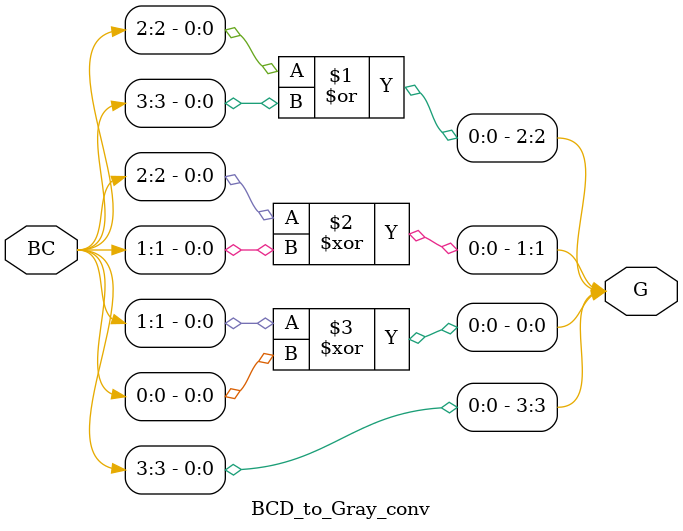
<source format=v>
module BCD_to_Gray_conv (BC, G);

input  [3:0]BC;
output [3:0]G;

assign G[3] = BC[3];
assign G[2] = BC[2] | BC[3];
assign G[1] = BC[2] ^ BC[1];
assign G[0] = BC[1] ^ BC[0];

endmodule
</source>
